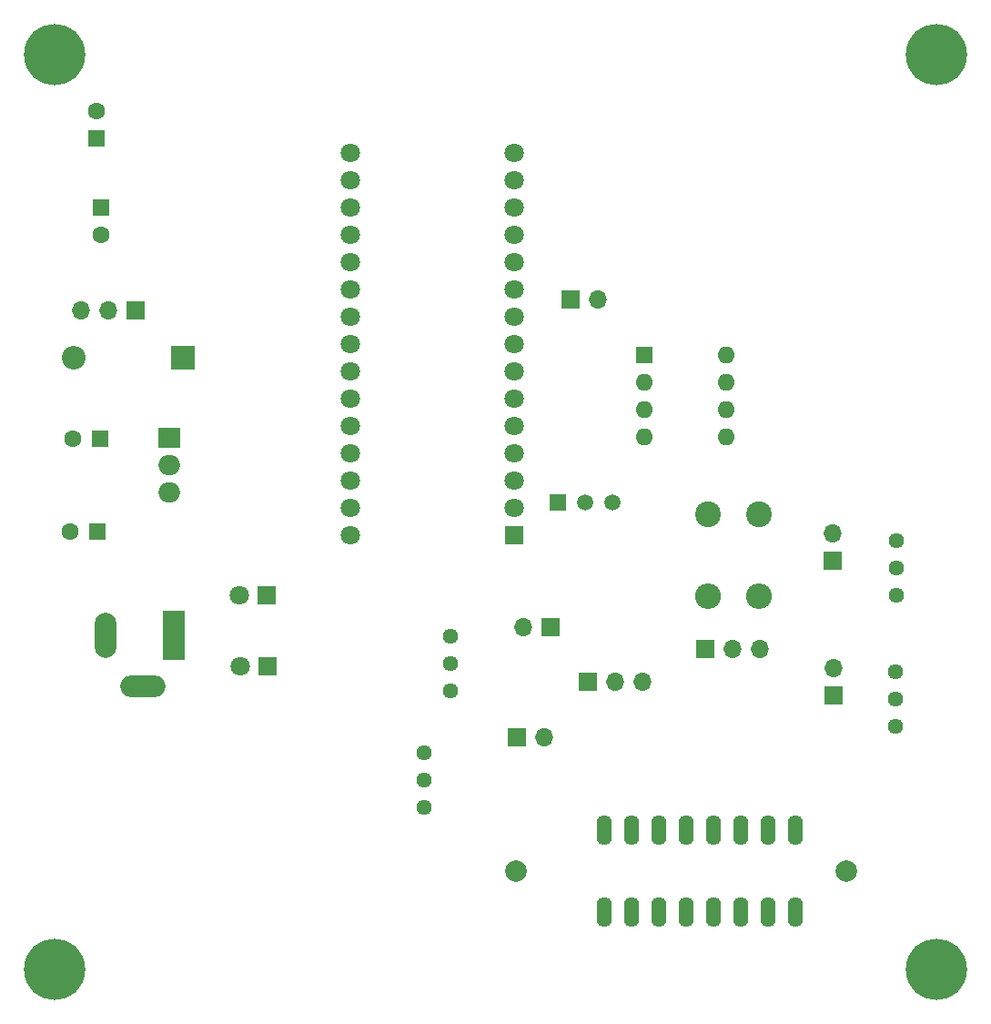
<source format=gbr>
%TF.GenerationSoftware,KiCad,Pcbnew,(6.0.7)*%
%TF.CreationDate,2023-04-23T16:52:27-04:00*%
%TF.ProjectId,NPN Tracer V2b-jlcpcb,4e504e20-5472-4616-9365-72205632622d,rev?*%
%TF.SameCoordinates,Original*%
%TF.FileFunction,Soldermask,Bot*%
%TF.FilePolarity,Negative*%
%FSLAX46Y46*%
G04 Gerber Fmt 4.6, Leading zero omitted, Abs format (unit mm)*
G04 Created by KiCad (PCBNEW (6.0.7)) date 2023-04-23 16:52:27*
%MOMM*%
%LPD*%
G01*
G04 APERTURE LIST*
%ADD10C,1.800000*%
%ADD11R,1.800000X1.800000*%
%ADD12R,2.000000X4.600000*%
%ADD13O,2.000000X4.200000*%
%ADD14O,4.200000X2.000000*%
%ADD15R,2.200000X2.200000*%
%ADD16O,2.200000X2.200000*%
%ADD17R,1.700000X1.700000*%
%ADD18O,1.700000X1.700000*%
%ADD19C,1.440000*%
%ADD20C,2.000000*%
%ADD21O,1.408000X2.816000*%
%ADD22R,2.000000X1.905000*%
%ADD23O,2.000000X1.905000*%
%ADD24C,5.700000*%
%ADD25C,3.600000*%
%ADD26R,1.500000X1.500000*%
%ADD27C,1.500000*%
%ADD28R,1.600000X1.600000*%
%ADD29C,1.600000*%
%ADD30O,1.600000X1.600000*%
%ADD31C,2.400000*%
%ADD32O,2.400000X2.400000*%
G04 APERTURE END LIST*
D10*
%TO.C,TB1*%
X81802500Y-107950000D03*
X81802500Y-105410000D03*
X81802500Y-102870000D03*
X81802500Y-100330000D03*
X81802500Y-97790000D03*
X81802500Y-95250000D03*
X81802500Y-92710000D03*
X81802500Y-90170000D03*
X81802500Y-87630000D03*
X81802500Y-85090000D03*
X81802500Y-82550000D03*
X81802500Y-80010000D03*
X81802500Y-77470000D03*
X81802500Y-74930000D03*
X81802500Y-72390000D03*
X97042500Y-72390000D03*
X97042500Y-74930000D03*
X97042500Y-77470000D03*
X97042500Y-80010000D03*
X97042500Y-82550000D03*
X97042500Y-85090000D03*
X97042500Y-87630000D03*
X97042500Y-90170000D03*
X97042500Y-92710000D03*
X97042500Y-95250000D03*
X97042500Y-97790000D03*
X97042500Y-100330000D03*
X97042500Y-102870000D03*
X97042500Y-105410000D03*
D11*
X97042500Y-107950000D03*
%TD*%
D12*
%TO.C,J8*%
X65341500Y-117206000D03*
D13*
X59041500Y-117206000D03*
D14*
X62441500Y-122006000D03*
%TD*%
D11*
%TO.C,D2*%
X73982500Y-113538000D03*
D10*
X71442500Y-113538000D03*
%TD*%
D15*
%TO.C,D1*%
X66167000Y-91440000D03*
D16*
X56007000Y-91440000D03*
%TD*%
D17*
%TO.C,J6*%
X97282000Y-126746000D03*
D18*
X99822000Y-126746000D03*
%TD*%
D19*
%TO.C,ADC1*%
X132588000Y-113548000D03*
X132588000Y-111008000D03*
X132588000Y-108468000D03*
%TD*%
%TO.C,ADC4*%
X91122500Y-122438000D03*
X91122500Y-119898000D03*
X91122500Y-117358000D03*
%TD*%
%TO.C,ADC3*%
X88646000Y-133233000D03*
X88646000Y-130693000D03*
X88646000Y-128153000D03*
%TD*%
D17*
%TO.C,J2*%
X126746000Y-122809000D03*
D18*
X126746000Y-120269000D03*
%TD*%
D17*
%TO.C,J7*%
X61834000Y-86995000D03*
D18*
X59294000Y-86995000D03*
X56754000Y-86995000D03*
%TD*%
D20*
%TO.C,ZX1*%
X127920000Y-139192000D03*
X97180000Y-139192000D03*
D21*
X105410000Y-143002000D03*
X107950000Y-143002000D03*
X110490000Y-143002000D03*
X113030000Y-143002000D03*
X115570000Y-143002000D03*
X118110000Y-143002000D03*
X120650000Y-143002000D03*
X123190000Y-143002000D03*
X123190000Y-135382000D03*
X120650000Y-135382000D03*
X118110000Y-135382000D03*
X115570000Y-135382000D03*
X113030000Y-135382000D03*
X110490000Y-135382000D03*
X107950000Y-135382000D03*
X105410000Y-135382000D03*
%TD*%
D17*
%TO.C,J9*%
X102298500Y-85979000D03*
D18*
X104838500Y-85979000D03*
%TD*%
D11*
%TO.C,D6*%
X74046000Y-120078500D03*
D10*
X71506000Y-120078500D03*
%TD*%
D17*
%TO.C,J5*%
X100398500Y-116459000D03*
D18*
X97858500Y-116459000D03*
%TD*%
D19*
%TO.C,ADC2*%
X132524500Y-125740000D03*
X132524500Y-123200000D03*
X132524500Y-120660000D03*
%TD*%
D17*
%TO.C,J4*%
X103901000Y-121539000D03*
D18*
X106441000Y-121539000D03*
X108981000Y-121539000D03*
%TD*%
D22*
%TO.C,U3*%
X64960500Y-98869500D03*
D23*
X64960500Y-101409500D03*
X64960500Y-103949500D03*
%TD*%
D17*
%TO.C,J3*%
X126682500Y-110299500D03*
D18*
X126682500Y-107759500D03*
%TD*%
D17*
%TO.C,J1*%
X114808000Y-118491000D03*
D18*
X117348000Y-118491000D03*
X119888000Y-118491000D03*
%TD*%
D24*
%TO.C,H2*%
X136334500Y-148272500D03*
D25*
X136334500Y-148272500D03*
%TD*%
D26*
%TO.C,Q1*%
X101092000Y-104902000D03*
D27*
X103632000Y-104902000D03*
X106172000Y-104902000D03*
%TD*%
D25*
%TO.C,H2*%
X54229000Y-148272500D03*
D24*
X54229000Y-148272500D03*
%TD*%
D28*
%TO.C,C4*%
X58493151Y-98933000D03*
D29*
X55993151Y-98933000D03*
%TD*%
D25*
%TO.C,H2*%
X54292500Y-63246000D03*
D24*
X54292500Y-63246000D03*
%TD*%
%TO.C,H2*%
X136334500Y-63246000D03*
D25*
X136334500Y-63246000D03*
%TD*%
D28*
%TO.C,C8*%
X58166000Y-70969500D03*
D29*
X58166000Y-68469500D03*
%TD*%
D28*
%TO.C,U1*%
X109093000Y-91186000D03*
D30*
X109093000Y-93726000D03*
X109093000Y-96266000D03*
X109093000Y-98806000D03*
X116713000Y-98806000D03*
X116713000Y-96266000D03*
X116713000Y-93726000D03*
X116713000Y-91186000D03*
%TD*%
D28*
%TO.C,C7*%
X58547000Y-77470000D03*
D29*
X58547000Y-79970000D03*
%TD*%
D31*
%TO.C,R5*%
X115062000Y-105981500D03*
D32*
X115062000Y-113601500D03*
%TD*%
%TO.C,R6*%
X119824500Y-113601500D03*
D31*
X119824500Y-105981500D03*
%TD*%
D28*
%TO.C,C5*%
X58239151Y-107569000D03*
D29*
X55739151Y-107569000D03*
%TD*%
M02*

</source>
